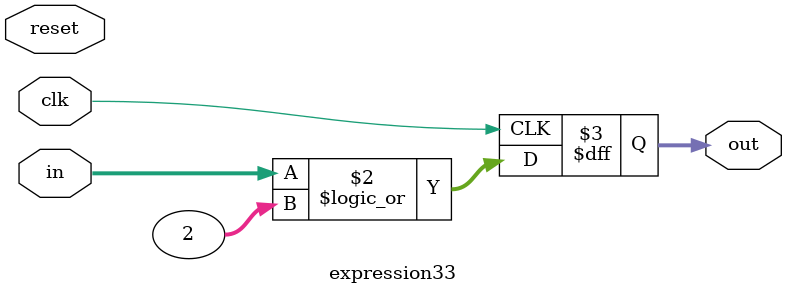
<source format=v>
module expression33
  #(parameter integer WIDTH = 8)
  (input wire             reset,
   input wire             clk,
   input wire [WIDTH-1:0] in,
   output reg [WIDTH-1:0] out);

   always @(posedge clk) out <= in || 2;

endmodule

</source>
